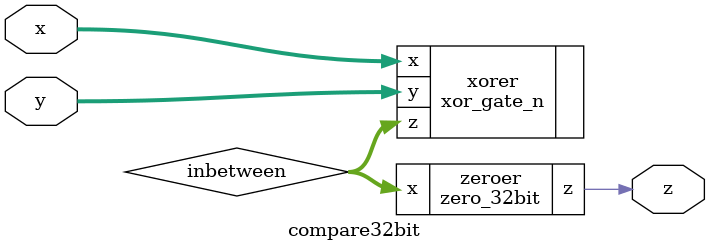
<source format=v>
module stallcheck3 (curr, prev1, prev2, prev3, stall);
    input [31:0] curr, prev1, prev2, prev3;
    output stall;
    wire RegWriteCurr, RegWrite1, RegWrite2, RegWrite3;
    wire [1:0] BranchCurr, Branch1, Branch2, Branch3;
    wire branches, prevwrite, stallcond3;
    control ctrlcurr (.op(curr[31:26]), .RegDst(), .ALUSrc(), .MemtoReg(), .RegWrite(RegWriteCurr), .MemWrite(), .Branch(BranchCurr), .ExtOp(), .ALUop());
    control ctrl1 (.op(prev1[31:26]), .RegDst(), .ALUSrc(), .MemtoReg(), .RegWrite(RegWrite1), .MemWrite(), .Branch(Branch1), .ExtOp(), .ALUop());
    control ctrl2 (.op(prev2[31:26]), .RegDst(), .ALUSrc(), .MemtoReg(), .RegWrite(RegWrite2), .MemWrite(), .Branch(Branch2), .ExtOp(), .ALUop());
    control ctrl3 (.op(prev3[31:26]), .RegDst(), .ALUSrc(), .MemtoReg(), .RegWrite(RegWrite3), .MemWrite(), .Branch(Branch3), .ExtOp(), .ALUop());

    // If branch, then stall
    or_gate branch_check(.x(BranchCurr[0]), .y(BranchCurr[1]), .z(branches));

    // If any previous write to register, then chance to stall, (but ignore if already stalled? DEFINITELY ignore zero register)
    or3to1 writechecker(.w(RegWrite1), .x(RegWrite2), .y(RegWrite3), .z(prevwrite));






endmodule

module zero_5bit (x, z);
    input [4:0] x;
    output z;
    wire or1;
    or_gate_n twobitor (.x(x[4:3]), .y(x[2:1]), .z(or1));
    defparam twobitor.n = 2;
    or_gate lastor (.x(or1), .y(x[0]), .z(z));
endmodule
module compare5bit (x, y, z);
    input [4:0] x,y;
    output z;
    wire [4:0] inbetween;
    xor_gate_n xorer(.x(x), .y(y), .z(inbetween));
    defparam xorer.n = 5;
    zero_5bit zeroer(.x(inbetween), .z(z));
endmodule
module zero_6bit (x, z);
    input [5:0] x;
    output z;
    wire or1, or2;
    or3to1 threebitor1 (.w(x[3]), .x(x[5]), .y(x[4]), .z(or1));
    or3to1 threebitor2 (.w(x[2]), .x(x[1]), .y(x[0]), .z(or2));
    or_gate lastor (.x(or1), .y(or2), .z(z));
endmodule
module compare6bit (x, y, z);
    input [5:0] x,y;
    output z;
    wire [5:0] inbetween;
    xor_gate_n xorer(.x(x), .y(y), .z(inbetween));
    defparam xorer.n = 6;
    zero_6bit zeroer(.x(inbetween), .z(z));
endmodule
module zero_32bit (x, z);
    input [31:0] x;
    output z;
    wire [15:0] or1;
    wire [7:0] or2;
    wire [3:0] or3;
    wire [1:0] or4;
    or_gate_n sixteenbitor (.x(x[31:16]), .y(x[15:0]), .z(or1));
    defparam sixteenbitor.n = 16;
    or_gate_n eightbitor (.x(x[16:8]), .y(x[7:0]), .z(or2));
    defparam eightbitor.n = 8;
    or_gate_n fourbitor (.x(x[8:4]), .y(x[3:0]), .z(or3));
    defparam fourbitor.n = 4;
    or_gate_n twobitor (.x(x[3:2]), .y(x[1:0]), .z(or4));
    defparam twobitor.n = 2;
    or_gate lastor (.x(or4[0]), .y(or4[1]), .z(z));
endmodule

module compare32bit (x, y, z);
    input [31:0] x,y;
    output z;
    wire [31:0] inbetween;
    xor_gate_n xorer(.x(x), .y(y), .z(inbetween));
    defparam xorer.n = 32;
    zero_32bit zeroer(.x(inbetween), .z(z));
endmodule
</source>
